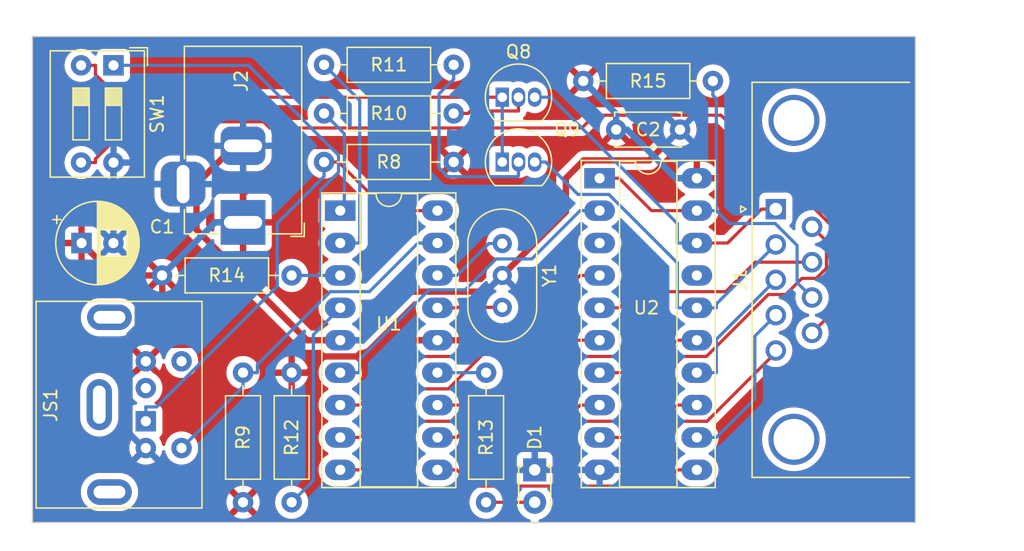
<source format=kicad_pcb>
(kicad_pcb (version 20221018) (generator pcbnew)
  (layers (0 "F.Cu" signal) (31 "B.Cu" signal) (34 "B.Paste" user) (35 "F.Paste" user) (36 "B.SilkS" user "B.Silkscreen") (37 "F.SilkS" user "F.Silkscreen") (38 "B.Mask" user) (39 "F.Mask" user) (44 "Edge.Cuts" user))
  (net 0 "")
  (net 1 "+5V")
  (net 2 "GND")
  (net 3 "Net-(D1-A)")
  (net 4 "/UP")
  (net 5 "/DOWN")
  (net 6 "/LEFT")
  (net 7 "/RIGHT")
  (net 8 "/SPARE")
  (net 9 "/FIRE 2")
  (net 10 "/FIRE 1")
  (net 11 "/COMMON")
  (net 12 "/COM 2")
  (net 13 "/MOUSE CLOCK")
  (net 15 "/MOUSE DATA")
  (net 17 "/SCROLL OUTPUT")
  (net 18 "Net-(Q8-B)")
  (net 19 "Net-(Q9-B)")
  (net 20 "Net-(U1-RA2)")
  (net 22 "Net-(U1-RA3)")
  (net 23 "Net-(U1-~{MCLR})")
  (net 24 "Net-(U1-RB7)")
  (net 25 "Net-(U1-INT{slash}RB0)")
  (net 26 "Net-(U1-RB1)")
  (net 27 "Net-(U1-RB2)")
  (net 28 "Net-(U1-RB3)")
  (net 29 "Net-(U1-RB4)")
  (net 30 "Net-(U1-RB5)")
  (net 31 "Net-(U1-RB6)")
  (net 32 "Net-(U1-OSC2{slash}CLKOUT)")
  (net 33 "Net-(U1-OSC1{slash}CLKIN)")
  (net 34 "/AUTO DETECT")
  (footprint "LED_THT:LED_D1.8mm_W3.3mm_H2.4mm" (layer "F.Cu") (at 140.97 92.71 -90)
    (fp_text reference "D1" (at -2.54 0 90) (layer "F.SilkS"))
    (fp_text value "LED" hide)
    (pad "1" thru_hole rect (at 0 0 270) (size 1.8 1.8) (drill 0.9) (layers "*.Cu" "*.Mask") (net 2 "GND"))
    (pad "2" thru_hole circle (at 2.54 0 270) (size 1.8 1.8) (drill 0.9) (layers "*.Cu" "*.Mask") (net 3 "Net-(D1-A)"))
  )
  (footprint "Resistor_THT:R_Axial_DIN0207_L6.3mm_D2.5mm_P10.16mm_Horizontal" (layer "F.Cu") (at 124.46 64.77)
    (fp_text reference "R10" (at 5.08 0) (layer "F.SilkS"))
    (fp_text value "4K7" hide)
    (pad "1" thru_hole circle (at 0 0) (size 1.6 1.6) (drill 0.8) (layers "*.Cu" "*.Mask") (net 20 "Net-(U1-RA2)"))
    (pad "2" thru_hole oval (at 10.16 0) (size 1.6 1.6) (drill 0.8) (layers "*.Cu" "*.Mask") (net 18 "Net-(Q8-B)"))
  )
  (footprint "Connector_BarrelJack:BarrelJack_Horizontal" (layer "F.Cu") (at 118.11 73.31 -90)
    (fp_text reference "J2" (at -11.08 0.1431 90) (layer "F.SilkS"))
    (fp_text value "Barrel_Jack_Switch" hide)
    (pad "1" thru_hole rect (at 0 0 270) (size 3.5 3.5) (drill oval 1 3) (layers "*.Cu" "*.Mask") (net 1 "+5V"))
    (pad "2" thru_hole roundrect (at -6 0 270) (size 3 3.5) (drill oval 1 3) (layers "*.Cu" "*.Mask") (net 2 "GND"))
    (pad "3" thru_hole roundrect (at -3 4.7 270) (size 3.5 3.5) (drill oval 3 1) (layers "*.Cu" "*.Mask") (net 2 "GND"))
  )
  (footprint "Connector_Dsub:DSUB-9_Female_Horizontal_P2.77x2.84mm_EdgePinOffset7.70mm_Housed_MountingHolesOffset9.12mm" (layer "F.Cu") (at 159.87 72.275 90)
    (fp_text reference "J1" (at -5.54 -2.8 90) (layer "F.SilkS"))
    (fp_text value "DE9_Plug")
    (pad "0" thru_hole circle (at -18.04 1.42 90) (size 4 4) (drill 3.2) (layers "*.Cu" "*.Mask"))
    (pad "0" thru_hole circle (at 6.96 1.42 90) (size 4 4) (drill 3.2) (layers "*.Cu" "*.Mask"))
    (pad "1" thru_hole rect (at 0 0 90) (size 1.6 1.6) (drill 1) (layers "*.Cu" "*.Mask") (net 4 "/UP"))
    (pad "2" thru_hole circle (at -2.77 0 90) (size 1.6 1.6) (drill 1) (layers "*.Cu" "*.Mask") (net 5 "/DOWN"))
    (pad "3" thru_hole circle (at -5.54 0 90) (size 1.6 1.6) (drill 1) (layers "*.Cu" "*.Mask") (net 6 "/LEFT"))
    (pad "4" thru_hole circle (at -8.31 0 90) (size 1.6 1.6) (drill 1) (layers "*.Cu" "*.Mask") (net 7 "/RIGHT"))
    (pad "5" thru_hole circle (at -11.08 0 90) (size 1.6 1.6) (drill 1) (layers "*.Cu" "*.Mask") (net 8 "/SPARE"))
    (pad "6" thru_hole circle (at -1.385 2.84 90) (size 1.6 1.6) (drill 1) (layers "*.Cu" "*.Mask") (net 9 "/FIRE 2"))
    (pad "7" thru_hole circle (at -4.155 2.84 90) (size 1.6 1.6) (drill 1) (layers "*.Cu" "*.Mask") (net 10 "/FIRE 1"))
    (pad "8" thru_hole circle (at -6.925 2.84 90) (size 1.6 1.6) (drill 1) (layers "*.Cu" "*.Mask") (net 11 "/COMMON"))
    (pad "9" thru_hole circle (at -9.695 2.84 90) (size 1.6 1.6) (drill 1) (layers "*.Cu" "*.Mask") (net 12 "/COM 2"))
  )
  (footprint "Resistor_THT:R_Axial_DIN0207_L6.3mm_D2.5mm_P10.16mm_Horizontal" (layer "F.Cu") (at 134.62 68.58 180)
    (fp_text reference "R8" (at 5.08 0) (layer "F.SilkS"))
    (fp_text value "10K" hide)
    (pad "1" thru_hole circle (at 0 0 180) (size 1.6 1.6) (drill 0.8) (layers "*.Cu" "*.Mask") (net 1 "+5V"))
    (pad "2" thru_hole oval (at 10.16 0 180) (size 1.6 1.6) (drill 0.8) (layers "*.Cu" "*.Mask") (net 13 "/MOUSE CLOCK"))
  )
  (footprint "Package_DIP:DIP-20_W7.62mm_Socket_LongPads" (layer "F.Cu") (at 146.06 69.85)
    (fp_text reference "U2" (at 3.6669 10.16) (layer "F.SilkS"))
    (fp_text value "74LS240" hide)
    (pad "1" thru_hole rect (at 0 0) (size 2.4 1.6) (drill 0.8) (layers "*.Cu" "*.Mask") (net 11 "/COMMON"))
    (pad "2" thru_hole oval (at 0 2.54) (size 2.4 1.6) (drill 0.8) (layers "*.Cu" "*.Mask") (net 25 "Net-(U1-INT{slash}RB0)"))
    (pad "3" thru_hole oval (at 0 5.08) (size 2.4 1.6) (drill 0.8) (layers "*.Cu" "*.Mask"))
    (pad "4" thru_hole oval (at 0 7.62) (size 2.4 1.6) (drill 0.8) (layers "*.Cu" "*.Mask") (net 26 "Net-(U1-RB1)"))
    (pad "5" thru_hole oval (at 0 10.16) (size 2.4 1.6) (drill 0.8) (layers "*.Cu" "*.Mask") (net 10 "/FIRE 1"))
    (pad "6" thru_hole oval (at 0 12.7) (size 2.4 1.6) (drill 0.8) (layers "*.Cu" "*.Mask") (net 27 "Net-(U1-RB2)"))
    (pad "7" thru_hole oval (at 0 15.24) (size 2.4 1.6) (drill 0.8) (layers "*.Cu" "*.Mask") (net 9 "/FIRE 2"))
    (pad "8" thru_hole oval (at 0 17.78) (size 2.4 1.6) (drill 0.8) (layers "*.Cu" "*.Mask") (net 28 "Net-(U1-RB3)"))
    (pad "9" thru_hole oval (at 0 20.32) (size 2.4 1.6) (drill 0.8) (layers "*.Cu" "*.Mask") (net 8 "/SPARE"))
    (pad "10" thru_hole oval (at 0 22.86) (size 2.4 1.6) (drill 0.8) (layers "*.Cu" "*.Mask") (net 2 "GND"))
    (pad "11" thru_hole oval (at 7.62 22.86) (size 2.4 1.6) (drill 0.8) (layers "*.Cu" "*.Mask") (net 29 "Net-(U1-RB4)"))
    (pad "12" thru_hole oval (at 7.62 20.32) (size 2.4 1.6) (drill 0.8) (layers "*.Cu" "*.Mask") (net 7 "/RIGHT"))
    (pad "13" thru_hole oval (at 7.62 17.78) (size 2.4 1.6) (drill 0.8) (layers "*.Cu" "*.Mask") (net 30 "Net-(U1-RB5)"))
    (pad "14" thru_hole oval (at 7.62 15.24) (size 2.4 1.6) (drill 0.8) (layers "*.Cu" "*.Mask") (net 6 "/LEFT"))
    (pad "15" thru_hole oval (at 7.62 12.7) (size 2.4 1.6) (drill 0.8) (layers "*.Cu" "*.Mask") (net 31 "Net-(U1-RB6)"))
    (pad "16" thru_hole oval (at 7.62 10.16) (size 2.4 1.6) (drill 0.8) (layers "*.Cu" "*.Mask") (net 5 "/DOWN"))
    (pad "17" thru_hole oval (at 7.62 7.62) (size 2.4 1.6) (drill 0.8) (layers "*.Cu" "*.Mask"))
    (pad "18" thru_hole oval (at 7.62 5.08) (size 2.4 1.6) (drill 0.8) (layers "*.Cu" "*.Mask") (net 4 "/UP"))
    (pad "19" thru_hole oval (at 7.62 2.54) (size 2.4 1.6) (drill 0.8) (layers "*.Cu" "*.Mask") (net 11 "/COMMON"))
    (pad "20" thru_hole oval (at 7.62 0) (size 2.4 1.6) (drill 0.8) (layers "*.Cu" "*.Mask") (net 1 "+5V"))
  )
  (footprint "Button_Switch_THT:SW_DIP_SPSTx02_Slide_9.78x7.26mm_W7.62mm_P2.54mm" (layer "F.Cu") (at 107.955 61.0025 -90)
    (fp_text reference "SW1" (at 3.81 -3.42 90) (layer "F.SilkS"))
    (fp_text value "SW_DIP_x02" hide)
    (pad "1" thru_hole rect (at 0 0 270) (size 1.6 1.6) (drill 0.8) (layers "*.Cu" "*.Mask") (net 34 "/AUTO DETECT"))
    (pad "2" thru_hole oval (at 0 2.54 270) (size 1.6 1.6) (drill 0.8) (layers "*.Cu" "*.Mask") (net 17 "/SCROLL OUTPUT"))
    (pad "3" thru_hole oval (at 7.62 2.54 270) (size 1.6 1.6) (drill 0.8) (layers "*.Cu" "*.Mask") (net 12 "/COM 2"))
    (pad "4" thru_hole oval (at 7.62 0 270) (size 1.6 1.6) (drill 0.8) (layers "*.Cu" "*.Mask") (net 2 "GND"))
  )
  (footprint "Resistor_THT:R_Axial_DIN0207_L6.3mm_D2.5mm_P10.16mm_Horizontal" (layer "F.Cu") (at 124.46 60.96)
    (fp_text reference "R11" (at 5.08 0) (layer "F.SilkS"))
    (fp_text value "4K7" hide)
    (pad "1" thru_hole circle (at 0 0) (size 1.6 1.6) (drill 0.8) (layers "*.Cu" "*.Mask") (net 22 "Net-(U1-RA3)"))
    (pad "2" thru_hole oval (at 10.16 0) (size 1.6 1.6) (drill 0.8) (layers "*.Cu" "*.Mask") (net 19 "Net-(Q9-B)"))
  )
  (footprint "Resistor_THT:R_Axial_DIN0207_L6.3mm_D2.5mm_P10.16mm_Horizontal" (layer "F.Cu") (at 137.16 85.09 -90)
    (fp_text reference "R13" (at 5.08 0 90) (layer "F.SilkS"))
    (fp_text value "470R" hide)
    (pad "1" thru_hole circle (at 0 0 270) (size 1.6 1.6) (drill 0.8) (layers "*.Cu" "*.Mask") (net 24 "Net-(U1-RB7)"))
    (pad "2" thru_hole oval (at 10.16 0 270) (size 1.6 1.6) (drill 0.8) (layers "*.Cu" "*.Mask") (net 3 "Net-(D1-A)"))
  )
  (footprint "Package_DIP:DIP-18_W7.62mm_Socket_LongPads" (layer "F.Cu") (at 125.73 72.39)
    (fp_text reference "U1" (at 3.81 8.88) (layer "F.SilkS"))
    (fp_text value "PIC16F84A-XXP" hide)
    (pad "1" thru_hole rect (at 0 0) (size 2.4 1.6) (drill 0.8) (layers "*.Cu" "*.Mask") (net 20 "Net-(U1-RA2)"))
    (pad "2" thru_hole oval (at 0 2.54) (size 2.4 1.6) (drill 0.8) (layers "*.Cu" "*.Mask") (net 22 "Net-(U1-RA3)"))
    (pad "3" thru_hole oval (at 0 5.08) (size 2.4 1.6) (drill 0.8) (layers "*.Cu" "*.Mask") (net 34 "/AUTO DETECT"))
    (pad "4" thru_hole oval (at 0 7.62) (size 2.4 1.6) (drill 0.8) (layers "*.Cu" "*.Mask") (net 23 "Net-(U1-~{MCLR})"))
    (pad "5" thru_hole oval (at 0 10.16) (size 2.4 1.6) (drill 0.8) (layers "*.Cu" "*.Mask") (net 2 "GND"))
    (pad "6" thru_hole oval (at 0 12.7) (size 2.4 1.6) (drill 0.8) (layers "*.Cu" "*.Mask") (net 25 "Net-(U1-INT{slash}RB0)"))
    (pad "7" thru_hole oval (at 0 15.24) (size 2.4 1.6) (drill 0.8) (layers "*.Cu" "*.Mask") (net 26 "Net-(U1-RB1)"))
    (pad "8" thru_hole oval (at 0 17.78) (size 2.4 1.6) (drill 0.8) (layers "*.Cu" "*.Mask") (net 27 "Net-(U1-RB2)"))
    (pad "9" thru_hole oval (at 0 20.32) (size 2.4 1.6) (drill 0.8) (layers "*.Cu" "*.Mask") (net 28 "Net-(U1-RB3)"))
    (pad "10" thru_hole oval (at 7.62 20.32) (size 2.4 1.6) (drill 0.8) (layers "*.Cu" "*.Mask") (net 29 "Net-(U1-RB4)"))
    (pad "11" thru_hole oval (at 7.62 17.78) (size 2.4 1.6) (drill 0.8) (layers "*.Cu" "*.Mask") (net 30 "Net-(U1-RB5)"))
    (pad "12" thru_hole oval (at 7.62 15.24) (size 2.4 1.6) (drill 0.8) (layers "*.Cu" "*.Mask") (net 31 "Net-(U1-RB6)"))
    (pad "13" thru_hole oval (at 7.62 12.7) (size 2.4 1.6) (drill 0.8) (layers "*.Cu" "*.Mask") (net 24 "Net-(U1-RB7)"))
    (pad "14" thru_hole oval (at 7.62 10.16) (size 2.4 1.6) (drill 0.8) (layers "*.Cu" "*.Mask") (net 1 "+5V"))
    (pad "15" thru_hole oval (at 7.62 7.62) (size 2.4 1.6) (drill 0.8) (layers "*.Cu" "*.Mask") (net 32 "Net-(U1-OSC2{slash}CLKOUT)"))
    (pad "16" thru_hole oval (at 7.62 5.08) (size 2.4 1.6) (drill 0.8) (layers "*.Cu" "*.Mask") (net 33 "Net-(U1-OSC1{slash}CLKIN)"))
    (pad "17" thru_hole oval (at 7.62 2.54) (size 2.4 1.6) (drill 0.8) (layers "*.Cu" "*.Mask") (net 15 "/MOUSE DATA"))
    (pad "18" thru_hole oval (at 7.62 0) (size 2.4 1.6) (drill 0.8) (layers "*.Cu" "*.Mask") (net 13 "/MOUSE CLOCK"))
  )
  (footprint "Resistor_THT:R_Axial_DIN0207_L6.3mm_D2.5mm_P10.16mm_Horizontal" (layer "F.Cu") (at 111.76 77.47)
    (fp_text reference "R14" (at 5.08 0) (layer "F.SilkS"))
    (fp_text value "10K" hide)
    (pad "1" thru_hole circle (at 0 0) (size 1.6 1.6) (drill 0.8) (layers "*.Cu" "*.Mask") (net 1 "+5V"))
    (pad "2" thru_hole oval (at 10.16 0) (size 1.6 1.6) (drill 0.8) (layers "*.Cu" "*.Mask") (net 34 "/AUTO DETECT"))
  )
  (footprint "Resistor_THT:R_Axial_DIN0207_L6.3mm_D2.5mm_P10.16mm_Horizontal" (layer "F.Cu") (at 118.11 95.25 90)
    (fp_text reference "R9" (at 5.08 0 90) (layer "F.SilkS"))
    (fp_text value "10K" hide)
    (pad "1" thru_hole circle (at 0 0 90) (size 1.6 1.6) (drill 0.8) (layers "*.Cu" "*.Mask") (net 1 "+5V"))
    (pad "2" thru_hole oval (at 10.16 0 90) (size 1.6 1.6) (drill 0.8) (layers "*.Cu" "*.Mask") (net 15 "/MOUSE DATA"))
  )
  (footprint "Capacitor_THT:C_Disc_D5.0mm_W2.5mm_P5.00mm" (layer "F.Cu") (at 147.36 66.04)
    (fp_text reference "C2" (at 2.5 0) (layer "F.SilkS"))
    (fp_text value "100nF" hide)
    (pad "1" thru_hole circle (at 0 0) (size 1.6 1.6) (drill 0.8) (layers "*.Cu" "*.Mask") (net 1 "+5V"))
    (pad "2" thru_hole circle (at 5 0) (size 1.6 1.6) (drill 0.8) (layers "*.Cu" "*.Mask") (net 2 "GND"))
  )
  (footprint "Crystal:Resonator-3Pin_W10.0mm_H5.0mm" (layer "F.Cu") (at 138.43 74.97 -90)
    (fp_text reference "Y1" (at 2.5 -3.7 90) (layer "F.SilkS"))
    (fp_text value "4Mhz" hide)
    (pad "1" thru_hole circle (at 0 0 270) (size 1.5 1.5) (drill 0.8) (layers "*.Cu" "*.Mask") (net 33 "Net-(U1-OSC1{slash}CLKIN)"))
    (pad "2" thru_hole circle (at 2.5 0 270) (size 1.5 1.5) (drill 0.8) (layers "*.Cu" "*.Mask") (net 2 "GND"))
    (pad "3" thru_hole circle (at 5 0 270) (size 1.5 1.5) (drill 0.8) (layers "*.Cu" "*.Mask") (net 32 "Net-(U1-OSC2{slash}CLKOUT)"))
  )
  (footprint "Resistor_THT:R_Axial_DIN0207_L6.3mm_D2.5mm_P10.16mm_Horizontal" (layer "F.Cu") (at 121.92 95.25 90)
    (fp_text reference "R12" (at 5.08 0 90) (layer "F.SilkS"))
    (fp_text value "4K7" hide)
    (pad "1" thru_hole circle (at 0 0 90) (size 1.6 1.6) (drill 0.8) (layers "*.Cu" "*.Mask") (net 23 "Net-(U1-~{MCLR})"))
    (pad "2" thru_hole oval (at 10.16 0 90) (size 1.6 1.6) (drill 0.8) (layers "*.Cu" "*.Mask") (net 1 "+5V"))
  )
  (footprint "Resistor_THT:R_Axial_DIN0207_L6.3mm_D2.5mm_P10.16mm_Horizontal" (layer "F.Cu") (at 144.78 62.23)
    (fp_text reference "R15" (at 5.08 0) (layer "F.SilkS"))
    (fp_text value "10K" hide)
    (pad "1" thru_hole circle (at 0 0) (size 1.6 1.6) (drill 0.8) (layers "*.Cu" "*.Mask") (net 1 "+5V"))
    (pad "2" thru_hole oval (at 10.16 0) (size 1.6 1.6) (drill 0.8) (layers "*.Cu" "*.Mask") (net 11 "/COMMON"))
  )
  (footprint "Capacitor_THT:CP_Radial_D6.3mm_P2.50mm" (layer "F.Cu") (at 105.45 74.93)
    (fp_text reference "C1" (at 6.31 -1.27) (layer "F.SilkS"))
    (fp_text value "100uF" hide)
    (pad "1" thru_hole rect (at 0 0) (size 1.6 1.6) (drill 0.8) (layers "*.Cu" "*.Mask") (net 1 "+5V"))
    (pad "2" thru_hole circle (at 2.5 0) (size 1.6 1.6) (drill 0.8) (layers "*.Cu" "*.Mask") (net 2 "GND"))
  )
  (footprint "Package_TO_SOT_THT:TO-92_Inline" (layer "F.Cu") (at 138.43 68.58)
    (fp_text reference "Q9" (at 5.08 -2.54) (layer "F.SilkS"))
    (fp_text value "2N3904" hide)
    (pad "1" thru_hole rect (at 0 0) (size 1.05 1.5) (drill 0.75) (layers "*.Cu" "*.Mask") (net 17 "/SCROLL OUTPUT"))
    (pad "2" thru_hole oval (at 1.27 0) (size 1.05 1.5) (drill 0.75) (layers "*.Cu" "*.Mask") (net 19 "Net-(Q9-B)"))
    (pad "3" thru_hole oval (at 2.54 0) (size 1.05 1.5) (drill 0.75) (layers "*.Cu" "*.Mask") (net 5 "/DOWN"))
  )
  (footprint "PS2 Mini:Connector_Mini-DIN_Female_6Pin_2rows" (layer "F.Cu") (at 110.49 88.9 -90)
    (fp_text reference "JS1" (at -1.27 7.46 90) (layer "F.SilkS"))
    (fp_text value "Mini-DIN-6" hide)
    (pad "1" thru_hole rect (at 0 0 270) (size 1.6 1.6) (drill 0.8) (layers "*.Cu" "*.Mask") (net 13 "/MOUSE CLOCK"))
    (pad "2" thru_hole circle (at -2.6 0 270) (size 1.6 1.6) (drill 0.8) (layers "*.Cu" "*.Mask"))
    (pad "3" thru_hole circle (at 2.1 0 270) (size 1.6 1.6) (drill 0.8) (layers "*.Cu" "*.Mask") (net 2 "GND"))
    (pad "4" thru_hole circle (at -4.7 0 270) (size 1.6 1.6) (drill 0.8) (layers "*.Cu" "*.Mask") (net 1 "+5V"))
    (pad "5" thru_hole circle (at 2.1 -2.8 270) (size 1.6 1.6) (drill 0.8) (layers "*.Cu" "*.Mask") (net 15 "/MOUSE DATA"))
    (pad "6" thru_hole circle (at -4.7 -2.8 270) (size 1.6 1.6) (drill 0.8) (layers "*.Cu" "*.Mask"))
    (pad "7" thru_hole oval (at -8.15 2.85 270) (size 2 3.5) (drill oval 1 2.5) (layers "*.Cu" "*.Mask"))
    (pad "7" thru_hole oval (at -1.3 3.65 270) (size 4 2) (drill oval 3 1) (layers "*.Cu" "*.Mask"))
    (pad "7" thru_hole oval (at 5.55 2.85 270) (size 2 3.5) (drill oval 1 2.5) (layers "*.Cu" "*.Mask"))
  )
  (footprint "Package_TO_SOT_THT:TO-92_Inline" (layer "F.Cu") (at 138.43 63.5)
    (fp_text reference "Q8" (at 1.27 -3.56) (layer "F.SilkS"))
    (fp_text value "2N3904" hide)
    (pad "1" thru_hole rect (at 0 0) (size 1.05 1.5) (drill 0.75) (layers "*.Cu" "*.Mask") (net 17 "/SCROLL OUTPUT"))
    (pad "2" thru_hole oval (at 1.27 0) (size 1.05 1.5) (drill 0.75) (layers "*.Cu" "*.Mask") (net 18 "Net-(Q8-B)"))
    (pad "3" thru_hole oval (at 2.54 0) (size 1.05 1.5) (drill 0.75) (layers "*.Cu" "*.Mask") (net 4 "/UP"))
  )
  (gr_rect (start 101.6 58.7375) (end 170.815 96.8375) (stroke (width 0.1)) (fill none) (layer "Edge.Cuts"))
  (segment (start 121.92 85.09) (end 120.6681 85.09) (width 0.5) (layer "F.Cu") (net 1))
  (segment (start 118.11 71.1081) (end 121.8991 67.319) (width 0.5) (layer "F.Cu") (net 1))
  (segment (start 105.45 74.93) (end 107.99 77.47) (width 0.5) (layer "F.Cu") (net 1))
  (segment (start 107.99 77.47) (end 111.76 77.47) (width 0.5) (layer "F.Cu") (net 1))
  (segment (start 111.7817 82.9083) (end 118.1651 82.9083) (width 0.5) (layer "F.Cu") (net 1))
  (segment (start 120.3468 85.09) (end 120.3468 93.0132) (width 0.5) (layer "F.Cu") (net 1))
  (segment (start 134.62 68.58) (end 136.1324 67.0676) (width 0.5) (layer "F.Cu") (net 1))
  (segment (start 133.359 67.319) (end 134.62 68.58) (width 0.5) (layer "F.Cu") (net 1))
  (segment (start 110.49 84.2) (end 111.7817 82.9083) (width 0.5) (layer "F.Cu") (net 1))
  (segment (start 124.4419 83.82) (end 123.1719 85.09) (width 0.5) (layer "F.Cu") (net 1))
  (segment (start 130.3826 82.55) (end 129.1126 83.82) (width 0.5) (layer "F.Cu") (net 1))
  (segment (start 121.92 85.09) (end 123.1719 85.09) (width 0.5) (layer "F.Cu") (net 1))
  (segment (start 146.3324 67.0676) (end 147.36 66.04) (width 0.5) (layer "F.Cu") (net 1))
  (segment (start 136.1324 67.0676) (end 146.3324 67.0676) (width 0.5) (layer "F.Cu") (net 1))
  (segment (start 111.7817 82.9083) (end 111.7817 77.4917) (width 0.5) (layer "F.Cu") (net 1))
  (segment (start 118.1651 82.9083) (end 120.3468 85.09) (width 0.5) (layer "F.Cu") (net 1))
  (segment (start 121.8991 67.319) (end 133.359 67.319) (width 0.5) (layer "F.Cu") (net 1))
  (segment (start 111.7817 77.4917) (end 111.76 77.47) (width 0.5) (layer "F.Cu") (net 1))
  (segment (start 118.11 73.31) (end 118.11 71.1081) (width 0.5) (layer "F.Cu") (net 1))
  (segment (start 129.1126 83.82) (end 124.4419 83.82) (width 0.5) (layer "F.Cu") (net 1))
  (segment (start 120.3468 93.0132) (end 118.11 95.25) (width 0.5) (layer "F.Cu") (net 1))
  (segment (start 133.35 82.55) (end 130.3826 82.55) (width 0.5) (layer "F.Cu") (net 1))
  (segment (start 120.3468 85.09) (end 120.6681 85.09) (width 0.5) (layer "F.Cu") (net 1))
  (segment (start 115.9081 73.31) (end 115.9081 73.3219) (width 0.5) (layer "B.Cu") (net 1))
  (segment (start 147.36 66.04) (end 147.36 64.81) (width 0.5) (layer "B.Cu") (net 1))
  (segment (start 153.68 69.85) (end 152.0281 69.85) (width 0.5) (layer "B.Cu") (net 1))
  (segment (start 118.11 73.31) (end 115.9081 73.31) (width 0.5) (layer "B.Cu") (net 1))
  (segment (start 148.2181 66.04) (end 147.36 66.04) (width 0.5) (layer "B.Cu") (net 1))
  (segment (start 152.0281 69.85) (end 148.2181 66.04) (width 0.5) (layer "B.Cu") (net 1))
  (segment (start 115.9081 73.3219) (end 111.76 77.47) (width 0.5) (layer "B.Cu") (net 1))
  (segment (start 147.36 64.81) (end 144.78 62.23) (width 0.5) (layer "B.Cu") (net 1))
  (segment (start 149.9485 68.4515) (end 152.36 66.04) (width 0.5) (layer "F.Cu") (net 2))
  (segment (start 117.46 67.31) (end 114.46 70.31) (width 0.5) (layer "F.Cu") (net 2))
  (segment (start 118.11 67.31) (end 117.46 67.31) (width 0.5) (layer "F.Cu") (net 2))
  (segment (start 114.46 73.8798) (end 123.1302 82.55) (width 0.5) (layer "F.Cu") (net 2))
  (segment (start 114.46 70.31) (end 114.46 73.8798) (width 0.5) (layer "F.Cu") (net 2))
  (segment (start 123.1302 82.55) (end 125.73 82.55) (width 0.5) (layer "F.Cu") (net 2))
  (segment (start 143.4132 72.4868) (end 143.4132 69.8519) (width 0.5) (layer "F.Cu") (net 2))
  (segment (start 144.8136 68.4515) (end 149.9485 68.4515) (width 0.5) (layer "F.Cu") (net 2))
  (segment (start 114.46 70.31) (end 113.41 70.31) (width 0.5) (layer "F.Cu") (net 2))
  (segment (start 137.16 78.74) (end 138.43 77.47) (width 0.5) (layer "F.Cu") (net 2))
  (segment (start 143.4132 69.8519) (end 144.8136 68.4515) (width 0.5) (layer "F.Cu") (net 2))
  (segment (start 131.1919 78.74) (end 137.16 78.74) (width 0.5) (layer "F.Cu") (net 2))
  (segment (start 138.43 77.47) (end 143.4132 72.4868) (width 0.5) (layer "F.Cu") (net 2))
  (segment (start 125.73 82.55) (end 127.3819 82.55) (width 0.5) (layer "F.Cu") (net 2))
  (segment (start 127.3819 82.55) (end 131.1919 78.74) (width 0.5) (layer "F.Cu") (net 2))
  (segment (start 109.8596 76.8396) (end 107.95 74.93) (width 0.5) (layer "B.Cu") (net 2))
  (segment (start 109.8596 81.4684) (end 109.8596 76.8396) (width 0.5) (layer "B.Cu") (net 2))
  (segment (start 107.955 68.6225) (end 107.955 69.8744) (width 0.5) (layer "B.Cu") (net 2))
  (segment (start 109.2097 89.876) (end 109.2097 82.1183) (width 0.5) (layer "B.Cu") (net 2))
  (segment (start 110.49 91) (end 110.3337 91) (width 0.5) (layer "B.Cu") (net 2))
  (segment (start 109.2097 82.1183) (end 109.8596 81.4684) (width 0.5) (layer "B.Cu") (net 2))
  (segment (start 140.97 92.71) (end 144.4081 92.71) (width 0.5) (layer "B.Cu") (net 2))
  (segment (start 140.97 80.01) (end 140.97 92.71) (width 0.5) (layer "B.Cu") (net 2))
  (segment (start 107.95 74.93) (end 107.95 70.315) (width 0.5) (layer "B.Cu") (net 2))
  (segment (start 107.95 70.315) (end 107.955 70.31) (width 0.5) (layer "B.Cu") (net 2))
  (segment (start 107.955 70.31) (end 113.41 70.31) (width 0.5) (layer "B.Cu") (net 2))
  (segment (start 146.06 92.71) (end 144.4081 92.71) (width 0.5) (layer "B.Cu") (net 2))
  (segment (start 107.955 69.8744) (end 107.955 70.31) (width 0.5) (layer "B.Cu") (net 2))
  (segment (start 138.43 77.47) (end 140.97 80.01) (width 0.5) (layer "B.Cu") (net 2))
  (segment (start 110.3337 91) (end 109.2097 89.876) (width 0.5) (layer "B.Cu") (net 2))
  (segment (start 137.16 95.25) (end 140.97 95.25) (width 0.25) (layer "F.Cu") (net 3))
  (segment (start 153.68 74.93) (end 156.0881 74.93) (width 0.25) (layer "F.Cu") (net 4))
  (segment (start 159.87 72.275) (end 158.7431 72.275) (width 0.25) (layer "F.Cu") (net 4))
  (segment (start 156.0881 74.93) (end 158.7431 72.275) (width 0.25) (layer "F.Cu") (net 4))
  (segment (start 142.25 63.5) (end 152.1531 73.4031) (width 0.25) (layer "B.Cu") (net 4))
  (segment (start 153.68 74.93) (end 152.1531 74.93) (width 0.25) (layer "B.Cu") (net 4))
  (segment (start 140.97 63.5) (end 142.25 63.5) (width 0.25) (layer "B.Cu") (net 4))
  (segment (start 152.1531 73.4031) (end 152.1531 74.93) (width 0.25) (layer "B.Cu") (net 4))
  (segment (start 144.3619 71.12) (end 146.7852 71.12) (width 0.25) (layer "B.Cu") (net 5))
  (segment (start 140.97 68.58) (end 141.8219 68.58) (width 0.25) (layer "B.Cu") (net 5))
  (segment (start 155.2069 80.01) (end 155.2069 79.7081) (width 0.25) (layer "B.Cu") (net 5))
  (segment (start 152.1531 76.4879) (end 152.1531 80.01) (width 0.25) (layer "B.Cu") (net 5))
  (segment (start 146.7852 71.12) (end 152.1531 76.4879) (width 0.25) (layer "B.Cu") (net 5))
  (segment (start 155.2069 79.7081) (end 159.87 75.045) (width 0.25) (layer "B.Cu") (net 5))
  (segment (start 141.8219 68.58) (end 144.3619 71.12) (width 0.25) (layer "B.Cu") (net 5))
  (segment (start 153.68 80.01) (end 155.2069 80.01) (width 0.25) (layer "B.Cu") (net 5))
  (segment (start 153.68 80.01) (end 152.1531 80.01) (width 0.25) (layer "B.Cu") (net 5))
  (segment (start 153.68 85.09) (end 155.2069 85.09) (width 0.25) (layer "B.Cu") (net 6))
  (segment (start 155.2069 82.4781) (end 159.87 77.815) (width 0.25) (layer "B.Cu") (net 6))
  (segment (start 155.2069 85.09) (end 155.2069 82.4781) (width 0.25) (layer "B.Cu") (net 6))
  (segment (start 158.2254 82.2296) (end 159.87 80.585) (width 0.25) (layer "B.Cu") (net 7))
  (segment (start 153.68 90.17) (end 155.2069 90.17) (width 0.25) (layer "B.Cu") (net 7))
  (segment (start 158.2254 87.1515) (end 158.2254 82.2296) (width 0.25) (layer "B.Cu") (net 7))
  (segment (start 155.2069 90.17) (end 158.2254 87.1515) (width 0.25) (layer "B.Cu") (net 7))
  (segment (start 152.605 88.9) (end 154.4774 88.9) (width 0.25) (layer "F.Cu") (net 8))
  (segment (start 151.335 90.17) (end 152.605 88.9) (width 0.25) (layer "F.Cu") (net 8))
  (segment (start 159.87 83.5074) (end 159.87 83.355) (width 0.25) (layer "F.Cu") (net 8))
  (segment (start 146.06 90.17) (end 151.335 90.17) (width 0.25) (layer "F.Cu") (net 8))
  (segment (start 154.4774 88.9) (end 159.87 83.5074) (width 0.25) (layer "F.Cu") (net 8))
  (segment (start 163.8407 74.7907) (end 162.71 73.66) (width 0.25) (layer "F.Cu") (net 9))
  (segment (start 151.3354 85.09) (end 152.6054 83.82) (width 0.25) (layer "F.Cu") (net 9))
  (segment (start 161.9153 77.6989) (end 163.0435 77.6989) (width 0.25) (layer "F.Cu") (net 9))
  (segment (start 154.4298 83.82) (end 159.2847 78.9651) (width 0.25) (layer "F.Cu") (net 9))
  (segment (start 159.2847 78.9651) (end 160.6491 78.9651) (width 0.25) (layer "F.Cu") (net 9))
  (segment (start 163.8407 76.9017) (end 163.8407 74.7907) (width 0.25) (layer "F.Cu") (net 9))
  (segment (start 160.6491 78.9651) (end 161.9153 77.6989) (width 0.25) (layer "F.Cu") (net 9))
  (segment (start 146.06 85.09) (end 151.3354 85.09) (width 0.25) (layer "F.Cu") (net 9))
  (segment (start 163.0435 77.6989) (end 163.8407 76.9017) (width 0.25) (layer "F.Cu") (net 9))
  (segment (start 152.6054 83.82) (end 154.4298 83.82) (width 0.25) (layer "F.Cu") (net 9))
  (segment (start 155.9498 78.74) (end 148.8569 78.74) (width 0.25) (layer "F.Cu") (net 10))
  (segment (start 148.8569 78.74) (end 147.5869 80.01) (width 0.25) (layer "F.Cu") (net 10))
  (segment (start 146.06 80.01) (end 147.5869 80.01) (width 0.25) (layer "F.Cu") (net 10))
  (segment (start 162.71 76.43) (end 158.2598 76.43) (width 0.25) (layer "F.Cu") (net 10))
  (segment (start 158.2598 76.43) (end 155.9498 78.74) (width 0.25) (layer "F.Cu") (net 10))
  (segment (start 150.1269 72.39) (end 147.5869 69.85) (width 0.25) (layer "F.Cu") (net 11))
  (segment (start 153.68 72.39) (end 150.1269 72.39) (width 0.25) (layer "F.Cu") (net 11))
  (segment (start 146.06 69.85) (end 147.5869 69.85) (width 0.25) (layer "F.Cu") (net 11))
  (segment (start 161.5396 75.1178) (end 159.8237 73.4019) (width 0.25) (layer "B.Cu") (net 11))
  (segment (start 159.8237 73.4019) (end 156.2188 73.4019) (width 0.25) (layer "B.Cu") (net 11))
  (segment (start 161.5396 78.0296) (end 161.5396 75.1178) (width 0.25) (layer "B.Cu") (net 11))
  (segment (start 155.2069 72.39) (end 155.2069 63.6238) (width 0.25) (layer "B.Cu") (net 11))
  (segment (start 162.71 79.2) (end 161.5396 78.0296) (width 0.25) (layer "B.Cu") (net 11))
  (segment (start 153.68 72.39) (end 155.2069 72.39) (width 0.25) (layer "B.Cu") (net 11))
  (segment (start 155.2069 63.6238) (end 154.94 63.3569) (width 0.25) (layer "B.Cu") (net 11))
  (segment (start 154.94 62.23) (end 154.94 63.3569) (width 0.25) (layer "B.Cu") (net 11))
  (segment (start 156.2188 73.4019) (end 155.2069 72.39) (width 0.25) (layer "B.Cu") (net 11))
  (segment (start 164.2926 80.3874) (end 164.2926 73.6307) (width 0.25) (layer "F.Cu") (net 12))
  (segment (start 162.71 81.97) (end 164.2926 80.3874) (width 0.25) (layer "F.Cu") (net 12))
  (segment (start 106.5419 68.3408) (end 106.5419 68.6225) (width 0.25) (layer "F.Cu") (net 12))
  (segment (start 120.2047 65.9118) (end 119.7169 65.424) (width 0.25) (layer "F.Cu") (net 12))
  (segment (start 105.415 68.6225) (end 106.5419 68.6225) (width 0.25) (layer "F.Cu") (net 12))
  (segment (start 164.2926 73.6307) (end 155.5716 64.9097) (width 0.25) (layer "F.Cu") (net 12))
  (segment (start 145.6682 64.9097) (end 144.6661 65.9118) (width 0.25) (layer "F.Cu") (net 12))
  (segment (start 144.6661 65.9118) (end 120.2047 65.9118) (width 0.25) (layer "F.Cu") (net 12))
  (segment (start 109.4587 65.424) (end 106.5419 68.3408) (width 0.25) (layer "F.Cu") (net 12))
  (segment (start 119.7169 65.424) (end 109.4587 65.424) (width 0.25) (layer "F.Cu") (net 12))
  (segment (start 155.5716 64.9097) (end 145.6682 64.9097) (width 0.25) (layer "F.Cu") (net 12))
  (segment (start 124.46 68.58) (end 125.5869 68.58) (width 0.25) (layer "F.Cu") (net 13))
  (segment (start 129.3969 72.39) (end 131.8231 72.39) (width 0.25) (layer "F.Cu") (net 13))
  (segment (start 133.35 72.39) (end 131.8231 72.39) (width 0.25) (layer "F.Cu") (net 13))
  (segment (start 125.5869 68.58) (end 129.3969 72.39) (width 0.25) (layer "F.Cu") (net 13))
  (segment (start 124.46 68.58) (end 124.46 69.7069) (width 0.25) (layer "B.Cu") (net 13))
  (segment (start 120.7931 78.3152) (end 120.7931 73.3738) (width 0.25) (layer "B.Cu") (net 13))
  (segment (start 120.7931 73.3738) (end 124.46 69.7069) (width 0.25) (layer "B.Cu") (net 13))
  (segment (start 110.49 88.9) (end 110.49 87.7731) (width 0.25) (layer "B.Cu") (net 13))
  (segment (start 111.3352 87.7731) (end 120.7931 78.3152) (width 0.25) (layer "B.Cu") (net 13))
  (segment (start 110.49 87.7731) (end 111.3352 87.7731) (width 0.25) (layer "B.Cu") (net 13))
  (segment (start 118.11 85.09) (end 119.2369 85.09) (width 0.25) (layer "B.Cu") (net 15))
  (segment (start 133.35 74.93) (end 131.8231 74.93) (width 0.25) (layer "B.Cu") (net 15))
  (segment (start 118.11 85.09) (end 118.11 86.2169) (width 0.25) (layer "B.Cu") (net 15))
  (segment (start 124.9549 78.74) (end 119.2369 84.458) (width 0.25) (layer "B.Cu") (net 15))
  (segment (start 131.8231 74.93) (end 128.0131 78.74) (width 0.25) (layer "B.Cu") (net 15))
  (segment (start 128.0131 78.74) (end 124.9549 78.74) (width 0.25) (layer "B.Cu") (net 15))
  (segment (start 118.0731 86.2169) (end 118.11 86.2169) (width 0.25) (layer "B.Cu") (net 15))
  (segment (start 119.2369 84.458) (end 119.2369 85.09) (width 0.25) (layer "B.Cu") (net 15))
  (segment (start 113.29 91) (end 118.0731 86.2169) (width 0.25) (layer "B.Cu") (net 15))
  (segment (start 106.5419 61.717) (end 106.5419 61.0025) (width 0.25) (layer "F.Cu") (net 17))
  (segment (start 108.3249 63.5) (end 106.5419 61.717) (width 0.25) (layer "F.Cu") (net 17))
  (segment (start 105.415 61.0025) (end 106.5419 61.0025) (width 0.25) (layer "F.Cu") (net 17))
  (segment (start 138.43 63.5) (end 108.3249 63.5) (width 0.25) (layer "F.Cu") (net 17))
  (segment (start 138.43 63.5) (end 138.43 68.58) (width 0.25) (layer "B.Cu") (net 17))
  (segment (start 135.94 64.5769) (end 135.7469 64.77) (width 0.25) (layer "F.Cu") (net 18))
  (segment (start 139.7 63.5) (end 139.7 64.5769) (width 0.25) (layer "F.Cu") (net 18))
  (segment (start 139.7 64.5769) (end 135.94 64.5769) (width 0.25) (layer "F.Cu") (net 18))
  (segment (start 134.62 64.77) (end 135.7469 64.77) (width 0.25) (layer "F.Cu") (net 18))
  (segment (start 133.4704 69.0246) (end 133.4704 63.2365) (width 0.25) (layer "B.Cu") (net 19))
  (segment (start 139.63 69.7269) (end 134.1727 69.7269) (width 0.25) (layer "B.Cu") (net 19))
  (segment (start 139.7 69.6569) (end 139.63 69.7269) (width 0.25) (layer "B.Cu") (net 19))
  (segment (start 134.62 60.96) (end 134.62 62.0869) (width 0.25) (layer "B.Cu") (net 19))
  (segment (start 134.1727 69.7269) (end 133.4704 69.0246) (width 0.25) (layer "B.Cu") (net 19))
  (segment (start 133.4704 63.2365) (end 134.62 62.0869) (width 0.25) (layer "B.Cu") (net 19))
  (segment (start 139.7 68.58) (end 139.7 69.6569) (width 0.25) (layer "B.Cu") (net 19))
  (segment (start 126.0506 66.3606) (end 124.46 64.77) (width 0.25) (layer "B.Cu") (net 20))
  (segment (start 126.0506 72.0694) (end 126.0506 66.3606) (width 0.25) (layer "B.Cu") (net 20))
  (segment (start 125.73 72.39) (end 126.0506 72.0694) (width 0.25) (layer "B.Cu") (net 20))
  (segment (start 127.2569 63.7569) (end 124.46 60.96) (width 0.25) (layer "B.Cu") (net 22))
  (segment (start 127.2569 74.93) (end 127.2569 63.7569) (width 0.25) (layer "B.Cu") (net 22))
  (segment (start 125.73 74.93) (end 127.2569 74.93) (width 0.25) (layer "B.Cu") (net 22))
  (segment (start 125.73 80.01) (end 123.625 82.115) (width 0.25) (layer "B.Cu") (net 23))
  (segment (start 123.625 82.115) (end 123.625 93.545) (width 0.25) (layer "B.Cu") (net 23))
  (segment (start 123.625 93.545) (end 121.92 95.25) (width 0.25) (layer "B.Cu") (net 23))
  (segment (start 133.35 85.09) (end 137.16 85.09) (width 0.25) (layer "B.Cu") (net 24))
  (segment (start 140.7457 76.1774) (end 144.5331 72.39) (width 0.25) (layer "B.Cu") (net 25))
  (segment (start 127.2569 85.09) (end 127.2569 84.0403) (width 0.25) (layer "B.Cu") (net 25))
  (segment (start 135.5255 78.5969) (end 137.945 76.1774) (width 0.25) (layer "B.Cu") (net 25))
  (segment (start 125.73 85.09) (end 127.2569 85.09) (width 0.25) (layer "B.Cu") (net 25))
  (segment (start 146.06 72.39) (end 144.5331 72.39) (width 0.25) (layer "B.Cu") (net 25))
  (segment (start 127.2569 84.0403) (end 132.7003 78.5969) (width 0.25) (layer "B.Cu") (net 25))
  (segment (start 137.945 76.1774) (end 140.7457 76.1774) (width 0.25) (layer "B.Cu") (net 25))
  (segment (start 132.7003 78.5969) (end 135.5255 78.5969) (width 0.25) (layer "B.Cu") (net 25))
  (segment (start 140.7016 81.3015) (end 144.5331 77.47) (width 0.25) (layer "F.Cu") (net 26))
  (segment (start 127.2569 87.63) (end 131.0669 83.82) (width 0.25) (layer "F.Cu") (net 26))
  (segment (start 146.06 77.47) (end 144.5331 77.47) (width 0.25) (layer "F.Cu") (net 26))
  (segment (start 131.0669 83.82) (end 136.1009 83.82) (width 0.25) (layer "F.Cu") (net 26))
  (segment (start 136.1009 83.82) (end 138.6194 81.3015) (width 0.25) (layer "F.Cu") (net 26))
  (segment (start 125.73 87.63) (end 127.2569 87.63) (width 0.25) (layer "F.Cu") (net 26))
  (segment (start 138.6194 81.3015) (end 140.7016 81.3015) (width 0.25) (layer "F.Cu") (net 26))
  (segment (start 146.06 82.55) (end 144.5331 82.55) (width 0.25) (layer "F.Cu") (net 27))
  (segment (start 131.0669 86.36) (end 134.2 86.36) (width 0.25) (layer "F.Cu") (net 27))
  (segment (start 134.2 86.36) (end 138.01 82.55) (width 0.25) (layer "F.Cu") (net 27))
  (segment (start 127.2569 90.17) (end 131.0669 86.36) (width 0.25) (layer "F.Cu") (net 27))
  (segment (start 125.73 90.17) (end 127.2569 90.17) (width 0.25) (layer "F.Cu") (net 27))
  (segment (start 138.01 82.55) (end 144.5331 82.55) (width 0.25) (layer "F.Cu") (net 27))
  (segment (start 144.0662 88.0969) (end 144.5331 87.63) (width 0.25) (layer "F.Cu") (net 28))
  (segment (start 125.73 92.71) (end 127.2569 92.71) (width 0.25) (layer "F.Cu") (net 28))
  (segment (start 146.06 87.63) (end 144.5331 87.63) (width 0.25) (layer "F.Cu") (net 28))
  (segment (start 131.0667 88.9002) (end 134.4248 88.9002) (width 0.25) (layer "F.Cu") (net 28))
  (segment (start 135.2281 88.0969) (end 144.0662 88.0969) (width 0.25) (layer "F.Cu") (net 28))
  (segment (start 127.2569 92.71) (end 131.0667 88.9002) (width 0.25) (layer "F.Cu") (net 28))
  (segment (start 134.4248 88.9002) (end 135.2281 88.0969) (width 0.25) (layer "F.Cu") (net 28))
  (segment (start 150.8833 93.9798) (end 152.1531 92.71) (width 0.25) (layer "F.Cu") (net 29))
  (segment (start 133.35 92.71) (end 134.8769 92.71) (width 0.25) (layer "F.Cu") (net 29))
  (segment (start 136.1467 93.9798) (end 150.8833 93.9798) (width 0.25) (layer "F.Cu") (net 29))
  (segment (start 153.68 92.71) (end 152.1531 92.71) (width 0.25) (layer "F.Cu") (net 29))
  (segment (start 134.8769 92.71) (end 136.1467 93.9798) (width 0.25) (layer "F.Cu") (net 29))
  (segment (start 133.35 90.17) (end 134.8769 90.17) (width 0.25) (layer "F.Cu") (net 30))
  (segment (start 136.1469 88.9) (end 150.8831 88.9) (width 0.25) (layer "F.Cu") (net 30))
  (segment (start 150.8831 88.9) (end 152.1531 87.63) (width 0.25) (layer "F.Cu") (net 30))
  (segment (start 134.8769 90.17) (end 136.1469 88.9) (width 0.25) (layer "F.Cu") (net 30))
  (segment (start 153.68 87.63) (end 152.1531 87.63) (width 0.25) (layer "F.Cu") (net 30))
  (segment (start 153.68 82.55) (end 152.1531 82.55) (width 0.25) (layer "F.Cu") (net 31))
  (segment (start 150.8831 83.82) (end 152.1531 82.55) (width 0.25) (layer "F.Cu") (net 31))
  (segment (start 139.5705 87.63) (end 143.3805 83.82) (width 0.25) (layer "F.Cu") (net 31))
  (segment (start 133.35 87.63) (end 139.5705 87.63) (width 0.25) (layer "F.Cu") (net 31))
  (segment (start 143.3805 83.82) (end 150.8831 83.82) (width 0.25) (layer "F.Cu") (net 31))
  (segment (start 138.43 79.97) (end 134.9169 79.97) (width 0.25) (layer "F.Cu") (net 32))
  (segment (start 134.9169 79.97) (end 134.8769 80.01) (width 0.25) (layer "F.Cu") (net 32))
  (segment (start 133.35 80.01) (end 134.8769 80.01) (width 0.25) (layer "F.Cu") (net 32))
  (segment (start 138.43 74.97) (end 137.3769 74.97) (width 0.25) (layer "B.Cu") (net 33))
  (segment (start 133.35 77.47) (end 134.8769 77.47) (width 0.25) (layer "B.Cu") (net 33))
  (segment (start 137.3769 74.97) (end 134.8769 77.47) (width 0.25) (layer "B.Cu") (net 33))
  (segment (start 124.1967 77.47) (end 121.92 77.47) (width 0.25) (layer "B.Cu") (net 34))
  (segment (start 118.5442 61.0025) (end 125.5943 68.0526) (width 0.25) (layer "B.Cu") (net 34))
  (segment (start 125.73 77.47) (end 124.1967 77.47) (width 0.25) (layer "B.Cu") (net 34))
  (segment (start 124.1967 70.7735) (end 124.1967 77.47) (width 0.25) (layer "B.Cu") (net 34))
  (segment (start 125.5943 69.3759) (end 124.1967 70.7735) (width 0.25) (layer "B.Cu") (net 34))
  (segment (start 107.955 61.0025) (end 118.5442 61.0025) (width 0.25) (layer "B.Cu") (net 34))
  (segment (start 125.5943 68.0526) (end 125.5943 69.3759) (width 0.25) (layer "B.Cu") (net 34))
  (zone (net 1) (net_name "+5V") (layer "F.Cu") (priority 1) (connect_pads (clearance 0.5)) (min_thickness 0.25) (fill yes (thermal_gap 0.5) (thermal_bridge_width 0.5))
    (polygon (pts (xy 99.06 55.88) (xy 99.06 99.06) (xy 172.72 99.06) (xy 172.72 55.88)))
  )
  (zone (net 2) (net_name "GND") (layer "B.Cu") (connect_pads (clearance 0.5)) (min_thickness 0.25) (fill yes (thermal_gap 0.5) (thermal_bridge_width 0.5))
    (polygon (pts (xy 100.33 57.15) (xy 100.33 97.79) (xy 171.45 97.79) (xy 171.45 57.15)))
  )
)
</source>
